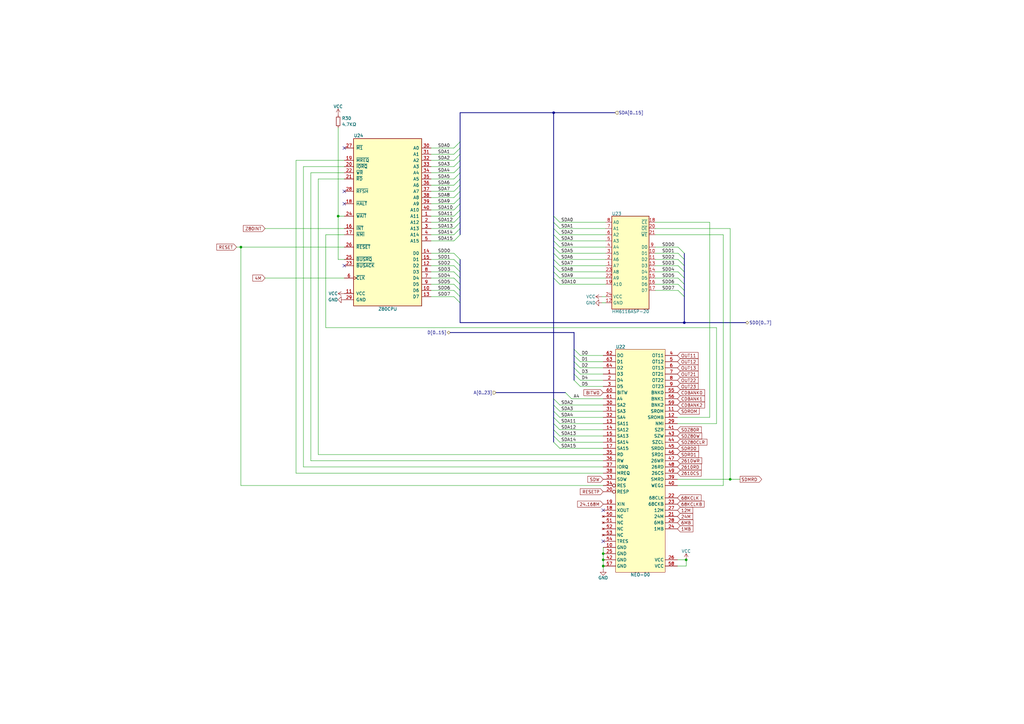
<source format=kicad_sch>
(kicad_sch (version 20230121) (generator eeschema)
  (paper "A3")
  (title_block (title "NeoGeo AES") (date "2023-08-19") (rev "3.5") (company "SNK") (comment 3 "https://github.com/Board-Folk") (comment 4 "Recreated By The Board Folk Team"))
  (lib_symbols
    (symbol "1_NeoGeoLibrary:HM6116ASP-20"
      (property "Reference" "U" (at -7.62 26.67 0))
      (property "Value" "HM6116ASP-20" (at -7.62 -13.97 0))
      (symbol "HM6116ASP-20_1_1"
        (rectangle (start -7.62 25.4) (end 7.62 -12.7) (stroke (width 0.254)) (fill (type background)))
        (pin input line (at -10.16 5.08 0) (length 2.54) (name "A7") (number "1"))
        (pin tri_state line (at 10.16 10.16 180) (length 2.54) (name "D1") (number "10"))
        (pin tri_state line (at 10.16 7.62 180) (length 2.54) (name "D2") (number "11"))
        (pin power_in line (at -10.16 -10.16 0) (length 2.54) (name "GND") (number "12"))
        (pin tri_state line (at 10.16 5.08 180) (length 2.54) (name "D3") (number "13"))
        (pin tri_state line (at 10.16 2.54 180) (length 2.54) (name "D4") (number "14"))
        (pin tri_state line (at 10.16 0 180) (length 2.54) (name "D5") (number "15"))
        (pin tri_state line (at 10.16 -2.54 180) (length 2.54) (name "D6") (number "16"))
        (pin tri_state line (at 10.16 -5.08 180) (length 2.54) (name "D7") (number "17"))
        (pin input line (at 10.16 22.86 180) (length 2.54) (name "~{CE}") (number "18"))
        (pin input line (at -10.16 -2.54 0) (length 2.54) (name "A10") (number "19"))
        (pin input line (at -10.16 7.62 0) (length 2.54) (name "A6") (number "2"))
        (pin input line (at 10.16 20.32 180) (length 2.54) (name "~{OE}") (number "20"))
        (pin input line (at 10.16 17.78 180) (length 2.54) (name "~{WE}") (number "21"))
        (pin input line (at -10.16 0 0) (length 2.54) (name "A9") (number "22"))
        (pin input line (at -10.16 2.54 0) (length 2.54) (name "A8") (number "23"))
        (pin power_in line (at -10.16 -7.62 0) (length 2.54) (name "VCC") (number "24"))
        (pin input line (at -10.16 10.16 0) (length 2.54) (name "A5") (number "3"))
        (pin input line (at -10.16 12.7 0) (length 2.54) (name "A4") (number "4"))
        (pin input line (at -10.16 15.24 0) (length 2.54) (name "A3") (number "5"))
        (pin input line (at -10.16 17.78 0) (length 2.54) (name "A2") (number "6"))
        (pin input line (at -10.16 20.32 0) (length 2.54) (name "A1") (number "7"))
        (pin input line (at -10.16 22.86 0) (length 2.54) (name "A0") (number "8"))
        (pin tri_state line (at 10.16 12.7 180) (length 2.54) (name "D0") (number "9"))
      )
    )
    (symbol "1_NeoGeoLibrary:NEO-D0"
      (property "Reference" "U" (at -8.89 59.69 0))
      (property "Value" "NEO-D0" (at 0 -34.29 0))
      (symbol "NEO-D0_1_1"
        (rectangle (start -10.16 58.42) (end 10.16 -33.02) (fill (type background)))
        (pin bidirectional line (at -15.24 48.26 0) (length 5.08) (name "D3") (number "1"))
        (pin power_in line (at -15.24 -22.86 0) (length 5.08) (name "GND") (number "10"))
        (pin bidirectional line (at 15.24 33.02 180) (length 5.08) (name "SROM") (number "11"))
        (pin bidirectional line (at 15.24 30.48 180) (length 5.08) (name "SROMB") (number "12"))
        (pin bidirectional line (at -15.24 27.94 0) (length 5.08) (name "SA11") (number "13"))
        (pin bidirectional line (at -15.24 25.4 0) (length 5.08) (name "SA12") (number "14"))
        (pin bidirectional line (at -15.24 22.86 0) (length 5.08) (name "SA13") (number "15"))
        (pin bidirectional line (at -15.24 20.32 0) (length 5.08) (name "SA14") (number "16"))
        (pin bidirectional line (at -15.24 17.78 0) (length 5.08) (name "SA15") (number "17"))
        (pin bidirectional line (at -15.24 -7.62 0) (length 5.08) (name "XOUT") (number "18"))
        (pin bidirectional line (at -15.24 -5.08 0) (length 5.08) (name "XIN") (number "19"))
        (pin bidirectional line (at -15.24 45.72 0) (length 5.08) (name "D4") (number "2"))
        (pin bidirectional inverted (at -15.24 0 0) (length 5.08) (name "RESP") (number "20"))
        (pin bidirectional line (at 15.24 -10.16 180) (length 5.08) (name "24M") (number "21"))
        (pin bidirectional line (at 15.24 -2.54 180) (length 5.08) (name "68CLK") (number "22"))
        (pin bidirectional line (at 15.24 -5.08 180) (length 5.08) (name "68CKB") (number "23"))
        (pin bidirectional line (at 15.24 -15.24 180) (length 5.08) (name "1MB") (number "24"))
        (pin power_in line (at -15.24 -25.4 0) (length 5.08) (name "GND") (number "25"))
        (pin power_in line (at 15.24 -27.94 180) (length 5.08) (name "VCC") (number "26"))
        (pin bidirectional line (at 15.24 -7.62 180) (length 5.08) (name "12M") (number "27"))
        (pin bidirectional line (at 15.24 -12.7 180) (length 5.08) (name "6MB") (number "28"))
        (pin bidirectional line (at 15.24 27.94 180) (length 5.08) (name "NMI") (number "29"))
        (pin bidirectional line (at -15.24 43.18 0) (length 5.08) (name "D5") (number "3"))
        (pin bidirectional line (at -15.24 35.56 0) (length 5.08) (name "SA2") (number "30"))
        (pin bidirectional line (at -15.24 33.02 0) (length 5.08) (name "SA3") (number "31"))
        (pin bidirectional line (at -15.24 30.48 0) (length 5.08) (name "SA4") (number "32"))
        (pin bidirectional line (at -15.24 5.08 0) (length 5.08) (name "SDW") (number "33"))
        (pin bidirectional inverted (at -15.24 2.54 0) (length 5.08) (name "RES") (number "34"))
        (pin bidirectional line (at -15.24 15.24 0) (length 5.08) (name "RD") (number "35"))
        (pin bidirectional line (at -15.24 12.7 0) (length 5.08) (name "RW") (number "36"))
        (pin bidirectional line (at -15.24 10.16 0) (length 5.08) (name "IORQ") (number "37"))
        (pin bidirectional line (at -15.24 7.62 0) (length 5.08) (name "MREQ") (number "38"))
        (pin bidirectional line (at 15.24 5.08 180) (length 5.08) (name "SMRD") (number "39"))
        (pin bidirectional line (at 15.24 55.88 180) (length 5.08) (name "OT11") (number "4"))
        (pin bidirectional line (at 15.24 2.54 180) (length 5.08) (name "WEG1") (number "40"))
        (pin bidirectional line (at 15.24 25.4 180) (length 5.08) (name "SZR") (number "41"))
        (pin power_in line (at -15.24 -27.94 0) (length 5.08) (name "GND") (number "42"))
        (pin bidirectional line (at 15.24 22.86 180) (length 5.08) (name "SZW") (number "43"))
        (pin bidirectional line (at 15.24 20.32 180) (length 5.08) (name "SZCL") (number "44"))
        (pin bidirectional line (at 15.24 17.78 180) (length 5.08) (name "SRDO") (number "45"))
        (pin bidirectional line (at 15.24 15.24 180) (length 5.08) (name "SRD1") (number "46"))
        (pin bidirectional line (at 15.24 12.7 180) (length 5.08) (name "26WR") (number "47"))
        (pin bidirectional line (at 15.24 10.16 180) (length 5.08) (name "26RD") (number "48"))
        (pin bidirectional line (at 15.24 7.62 180) (length 5.08) (name "26CS") (number "49"))
        (pin bidirectional line (at 15.24 53.34 180) (length 5.08) (name "OT12") (number "5"))
        (pin no_connect line (at -15.24 -10.16 0) (length 5.08) (name "NC") (number "50"))
        (pin no_connect line (at -15.24 -12.7 0) (length 5.08) (name "NC") (number "51"))
        (pin no_connect line (at -15.24 -15.24 0) (length 5.08) (name "NC") (number "52"))
        (pin no_connect line (at -15.24 -17.78 0) (length 5.08) (name "NC") (number "53"))
        (pin bidirectional line (at -15.24 -20.32 0) (length 5.08) (name "TRES") (number "54"))
        (pin bidirectional line (at 15.24 40.64 180) (length 5.08) (name "BNK0") (number "55"))
        (pin bidirectional line (at 15.24 38.1 180) (length 5.08) (name "BNK1") (number "56"))
        (pin power_in line (at -15.24 -30.48 0) (length 5.08) (name "GND") (number "57"))
        (pin power_in line (at 15.24 -30.48 180) (length 5.08) (name "VCC") (number "58"))
        (pin bidirectional line (at 15.24 35.56 180) (length 5.08) (name "BNK2") (number "59"))
        (pin bidirectional line (at 15.24 50.8 180) (length 5.08) (name "OT13") (number "6"))
        (pin bidirectional line (at -15.24 40.64 0) (length 5.08) (name "BITW") (number "60"))
        (pin bidirectional line (at -15.24 38.1 0) (length 5.08) (name "A4") (number "61"))
        (pin bidirectional line (at -15.24 55.88 0) (length 5.08) (name "DO") (number "62"))
        (pin bidirectional line (at -15.24 53.34 0) (length 5.08) (name "D1") (number "63"))
        (pin bidirectional line (at -15.24 50.8 0) (length 5.08) (name "D2") (number "64"))
        (pin bidirectional line (at 15.24 48.26 180) (length 5.08) (name "OT21") (number "7"))
        (pin bidirectional line (at 15.24 45.72 180) (length 5.08) (name "OT22") (number "8"))
        (pin bidirectional line (at 15.24 43.18 180) (length 5.08) (name "OT23") (number "9"))
      )
    )
    (symbol "1_NeoGeoLibrary:Z80CPU" (pin_names (offset 1.016))
      (property "Reference" "U" (at -13.97 35.56 0))
      (property "Value" "Z80CPU" (at 6.35 35.56 0))
      (symbol "Z80CPU_0_1"
        (rectangle (start -13.97 34.29) (end 13.97 -34.29) (stroke (width 0.254)) (fill (type background)))
      )
      (symbol "Z80CPU_1_1"
        (pin output line (at 17.78 2.54 180) (length 3.81) (name "A11") (number "1"))
        (pin bidirectional line (at 17.78 -27.94 180) (length 3.81) (name "D6") (number "10"))
        (pin power_in line (at -17.78 -29.21 0) (length 3.81) (name "VCC") (number "11"))
        (pin bidirectional line (at 17.78 -17.78 180) (length 3.81) (name "D2") (number "12"))
        (pin bidirectional line (at 17.78 -30.48 180) (length 3.81) (name "D7") (number "13"))
        (pin bidirectional line (at 17.78 -12.7 180) (length 3.81) (name "D0") (number "14"))
        (pin bidirectional line (at 17.78 -15.24 180) (length 3.81) (name "D1") (number "15"))
        (pin input line (at -17.78 -2.54 0) (length 3.81) (name "~{INT}") (number "16"))
        (pin input line (at -17.78 -5.08 0) (length 3.81) (name "~{NMI}") (number "17"))
        (pin output line (at -17.78 7.62 0) (length 3.81) (name "~{HALT}") (number "18"))
        (pin output line (at -17.78 25.4 0) (length 3.81) (name "~{MREQ}") (number "19"))
        (pin output line (at 17.78 0 180) (length 3.81) (name "A12") (number "2"))
        (pin output line (at -17.78 22.86 0) (length 3.81) (name "~{IORQ}") (number "20"))
        (pin output line (at -17.78 17.78 0) (length 3.81) (name "~{RD}") (number "21"))
        (pin output line (at -17.78 20.32 0) (length 3.81) (name "~{WR}") (number "22"))
        (pin output line (at -17.78 -17.78 0) (length 3.81) (name "~{BUSACK}") (number "23"))
        (pin input line (at -17.78 2.54 0) (length 3.81) (name "~{WAIT}") (number "24"))
        (pin input line (at -17.78 -15.24 0) (length 3.81) (name "~{BUSRQ}") (number "25"))
        (pin input line (at -17.78 -10.16 0) (length 3.81) (name "~{RESET}") (number "26"))
        (pin output line (at -17.78 30.48 0) (length 3.81) (name "~{M1}") (number "27"))
        (pin output line (at -17.78 12.7 0) (length 3.81) (name "~{RFSH}") (number "28"))
        (pin power_in line (at -17.78 -31.75 0) (length 3.81) (name "GND") (number "29"))
        (pin output line (at 17.78 -2.54 180) (length 3.81) (name "A13") (number "3"))
        (pin output line (at 17.78 30.48 180) (length 3.81) (name "A0") (number "30"))
        (pin output line (at 17.78 27.94 180) (length 3.81) (name "A1") (number "31"))
        (pin output line (at 17.78 25.4 180) (length 3.81) (name "A2") (number "32"))
        (pin output line (at 17.78 22.86 180) (length 3.81) (name "A3") (number "33"))
        (pin output line (at 17.78 20.32 180) (length 3.81) (name "A4") (number "34"))
        (pin output line (at 17.78 17.78 180) (length 3.81) (name "A5") (number "35"))
        (pin output line (at 17.78 15.24 180) (length 3.81) (name "A6") (number "36"))
        (pin output line (at 17.78 12.7 180) (length 3.81) (name "A7") (number "37"))
        (pin output line (at 17.78 10.16 180) (length 3.81) (name "A8") (number "38"))
        (pin output line (at 17.78 7.62 180) (length 3.81) (name "A9") (number "39"))
        (pin output line (at 17.78 -5.08 180) (length 3.81) (name "A14") (number "4"))
        (pin output line (at 17.78 5.08 180) (length 3.81) (name "A10") (number "40"))
        (pin output line (at 17.78 -7.62 180) (length 3.81) (name "A15") (number "5"))
        (pin input clock (at -17.78 -22.86 0) (length 3.81) (name "~{CLK}") (number "6"))
        (pin bidirectional line (at 17.78 -22.86 180) (length 3.81) (name "D4") (number "7"))
        (pin bidirectional line (at 17.78 -20.32 180) (length 3.81) (name "D3") (number "8"))
        (pin bidirectional line (at 17.78 -25.4 180) (length 3.81) (name "D5") (number "9"))
      )
    )
    (symbol "Device:R_Small" (pin_numbers hide) (pin_names (offset 0.254) hide)
      (property "Reference" "R" (at 0.762 0.508 0))
      (property "Value" "R_Small" (at 0.762 -1.016 0))
      (symbol "R_Small_0_1"
        (rectangle (start -0.762 1.778) (end 0.762 -1.778) (stroke (width 0.2032)))
      )
      (symbol "R_Small_1_1"
        (pin passive line (at 0 2.54 270) (length 0.762) (name "~") (number "1"))
        (pin passive line (at 0 -2.54 90) (length 0.762) (name "~") (number "2"))
      )
    )
    (symbol "power:GND" (power) (pin_names (offset 0))
      (property "Value" "GND" (at 0 -3.81 0))
      (symbol "GND_0_1"
        (polyline (pts (xy 0 0) (xy 0 -1.27) (xy 1.27 -1.27) (xy 0 -2.54) (xy -1.27 -1.27) (xy 0 -1.27)))
      )
      (symbol "GND_1_1"
        (pin power_in line (at 0 0 270) (length 0) hide (name "GND") (number "1"))
      )
    )
    (symbol "power:VCC" (power) (pin_names (offset 0))
      (property "Value" "VCC" (at 0 3.81 0))
      (symbol "VCC_0_1"
        (polyline (pts (xy -0.762 1.27) (xy 0 2.54)))
        (polyline (pts (xy 0 0) (xy 0 2.54)))
        (polyline (pts (xy 0 2.54) (xy 0.762 1.27)))
      )
      (symbol "VCC_1_1"
        (pin power_in line (at 0 0 90) (length 0) hide (name "VCC") (number "1"))
      )
    )
  )
  (junction (at 281.432 229.616))
  (junction (at 247.396 232.156))
  (junction (at 280.67 132.334))
  (junction (at 247.396 227.076))
  (junction (at 227.076 46.228))
  (junction (at 299.466 196.596))
  (junction (at 138.684 88.646))
  (junction (at 247.396 229.616))
  (junction (at 98.806 101.346))
  (no_connect (at 141.224 78.486))
  (no_connect (at 141.224 83.566))
  (no_connect (at 141.224 60.706))
  (no_connect (at 141.224 108.966))
  (no_connect (at 247.396 221.996))
  (no_connect (at 247.396 209.296))
  (bus_entry (at 235.458 148.336) (size 2.54 2.54))
  (bus_entry (at 280.67 106.426) (size -2.54 -2.54))
  (bus_entry (at 188.722 91.186) (size -2.54 2.54))
  (bus_entry (at 188.722 121.666) (size -2.54 -2.54))
  (bus_entry (at 227.076 181.356) (size 2.54 2.54))
  (bus_entry (at 188.722 119.126) (size -2.54 -2.54))
  (bus_entry (at 188.722 75.946) (size -2.54 2.54))
  (bus_entry (at 188.722 63.246) (size -2.54 2.54))
  (bus_entry (at 227.076 108.966) (size 2.54 2.54))
  (bus_entry (at 188.722 106.426) (size -2.54 -2.54))
  (bus_entry (at 227.076 91.186) (size 2.54 2.54))
  (bus_entry (at 280.67 111.506) (size -2.54 -2.54))
  (bus_entry (at 227.076 101.346) (size 2.54 2.54))
  (bus_entry (at 280.67 103.886) (size -2.54 -2.54))
  (bus_entry (at 235.458 150.876) (size 2.54 2.54))
  (bus_entry (at 188.722 70.866) (size -2.54 2.54))
  (bus_entry (at 227.076 166.116) (size 2.54 2.54))
  (bus_entry (at 188.722 78.486) (size -2.54 2.54))
  (bus_entry (at 188.722 88.646) (size -2.54 2.54))
  (bus_entry (at 188.722 83.566) (size -2.54 2.54))
  (bus_entry (at 280.67 108.966) (size -2.54 -2.54))
  (bus_entry (at 227.076 103.886) (size 2.54 2.54))
  (bus_entry (at 227.076 163.576) (size 2.54 2.54))
  (bus_entry (at 231.902 161.036) (size 2.54 2.54))
  (bus_entry (at 235.458 143.256) (size 2.54 2.54))
  (bus_entry (at 227.076 106.426) (size 2.54 2.54))
  (bus_entry (at 227.076 114.046) (size 2.54 2.54))
  (bus_entry (at 188.722 93.726) (size -2.54 2.54))
  (bus_entry (at 235.458 153.416) (size 2.54 2.54))
  (bus_entry (at 188.722 124.206) (size -2.54 -2.54))
  (bus_entry (at 227.076 111.506) (size 2.54 2.54))
  (bus_entry (at 227.076 96.266) (size 2.54 2.54))
  (bus_entry (at 188.722 81.026) (size -2.54 2.54))
  (bus_entry (at 188.722 73.406) (size -2.54 2.54))
  (bus_entry (at 188.722 60.706) (size -2.54 2.54))
  (bus_entry (at 280.67 114.046) (size -2.54 -2.54))
  (bus_entry (at 227.076 171.196) (size 2.54 2.54))
  (bus_entry (at 227.076 88.646) (size 2.54 2.54))
  (bus_entry (at 188.722 108.966) (size -2.54 -2.54))
  (bus_entry (at 188.722 65.786) (size -2.54 2.54))
  (bus_entry (at 227.076 178.816) (size 2.54 2.54))
  (bus_entry (at 235.458 145.796) (size 2.54 2.54))
  (bus_entry (at 188.722 86.106) (size -2.54 2.54))
  (bus_entry (at 188.722 96.266) (size -2.54 2.54))
  (bus_entry (at 227.076 168.656) (size 2.54 2.54))
  (bus_entry (at 188.722 58.166) (size -2.54 2.54))
  (bus_entry (at 280.67 116.586) (size -2.54 -2.54))
  (bus_entry (at 188.722 116.586) (size -2.54 -2.54))
  (bus_entry (at 188.722 114.046) (size -2.54 -2.54))
  (bus_entry (at 227.076 98.806) (size 2.54 2.54))
  (bus_entry (at 280.67 119.126) (size -2.54 -2.54))
  (bus_entry (at 188.722 68.326) (size -2.54 2.54))
  (bus_entry (at 227.076 173.736) (size 2.54 2.54))
  (bus_entry (at 227.076 176.276) (size 2.54 2.54))
  (bus_entry (at 227.076 93.726) (size 2.54 2.54))
  (bus_entry (at 235.458 155.956) (size 2.54 2.54))
  (bus_entry (at 188.722 111.506) (size -2.54 -2.54))
  (bus_entry (at 280.67 121.666) (size -2.54 -2.54))
  (bus (pts (xy 227.076 96.266) (xy 227.076 98.806)))
  (wire (pts (xy 277.876 173.736) (xy 293.878 173.736)))
  (wire (pts (xy 268.732 103.886) (xy 278.13 103.886)))
  (wire (pts (xy 277.876 232.156) (xy 281.432 232.156)))
  (wire (pts (xy 176.784 103.886) (xy 186.182 103.886)))
  (bus (pts (xy 280.67 106.426) (xy 280.67 108.966)))
  (wire (pts (xy 229.616 108.966) (xy 248.412 108.966)))
  (wire (pts (xy 229.616 173.736) (xy 247.396 173.736)))
  (bus (pts (xy 188.722 124.206) (xy 188.722 132.334)))
  (bus (pts (xy 188.722 106.426) (xy 188.722 108.966)))
  (wire (pts (xy 299.466 93.726) (xy 299.466 196.596)))
  (wire (pts (xy 247.396 224.536) (xy 247.396 227.076)))
  (bus (pts (xy 188.722 96.266) (xy 188.722 93.726)))
  (bus (pts (xy 227.076 108.966) (xy 227.076 111.506)))
  (wire (pts (xy 268.732 93.726) (xy 299.466 93.726)))
  (wire (pts (xy 176.784 83.566) (xy 186.182 83.566)))
  (bus (pts (xy 203.454 161.036) (xy 231.902 161.036)))
  (wire (pts (xy 247.396 232.156) (xy 247.396 233.426)))
  (wire (pts (xy 141.224 96.266) (xy 133.604 96.266)))
  (bus (pts (xy 188.722 65.786) (xy 188.722 63.246)))
  (wire (pts (xy 229.616 103.886) (xy 248.412 103.886)))
  (wire (pts (xy 176.784 73.406) (xy 186.182 73.406)))
  (wire (pts (xy 277.876 229.616) (xy 281.432 229.616)))
  (bus (pts (xy 235.458 145.796) (xy 235.458 143.256)))
  (wire (pts (xy 176.784 116.586) (xy 186.182 116.586)))
  (wire (pts (xy 133.604 96.266) (xy 133.604 134.366)))
  (wire (pts (xy 247.396 148.336) (xy 237.998 148.336)))
  (wire (pts (xy 229.616 116.586) (xy 248.412 116.586)))
  (wire (pts (xy 130.556 73.406) (xy 130.556 186.436)))
  (bus (pts (xy 188.722 91.186) (xy 188.722 88.646)))
  (wire (pts (xy 176.784 96.266) (xy 186.182 96.266)))
  (wire (pts (xy 229.616 171.196) (xy 247.396 171.196)))
  (wire (pts (xy 229.616 166.116) (xy 247.396 166.116)))
  (bus (pts (xy 280.67 111.506) (xy 280.67 114.046)))
  (bus (pts (xy 188.722 68.326) (xy 188.722 65.786)))
  (bus (pts (xy 227.076 114.046) (xy 227.076 163.576)))
  (bus (pts (xy 227.076 101.346) (xy 227.076 103.886)))
  (bus (pts (xy 227.076 166.116) (xy 227.076 168.656)))
  (wire (pts (xy 247.396 153.416) (xy 237.998 153.416)))
  (bus (pts (xy 188.722 83.566) (xy 188.722 81.026)))
  (wire (pts (xy 268.732 108.966) (xy 278.13 108.966)))
  (wire (pts (xy 141.224 70.866) (xy 127.508 70.866)))
  (bus (pts (xy 280.67 103.886) (xy 280.67 106.426)))
  (wire (pts (xy 229.616 168.656) (xy 247.396 168.656)))
  (wire (pts (xy 291.084 91.186) (xy 268.732 91.186)))
  (wire (pts (xy 293.878 173.736) (xy 293.878 134.366)))
  (bus (pts (xy 227.076 103.886) (xy 227.076 106.426)))
  (wire (pts (xy 176.784 108.966) (xy 186.182 108.966)))
  (bus (pts (xy 188.722 81.026) (xy 188.722 78.486)))
  (wire (pts (xy 247.396 155.956) (xy 237.998 155.956)))
  (wire (pts (xy 176.784 111.506) (xy 186.182 111.506)))
  (wire (pts (xy 176.784 91.186) (xy 186.182 91.186)))
  (wire (pts (xy 299.466 196.596) (xy 303.53 196.596)))
  (wire (pts (xy 268.732 119.126) (xy 278.13 119.126)))
  (wire (pts (xy 247.396 150.876) (xy 237.998 150.876)))
  (bus (pts (xy 188.722 63.246) (xy 188.722 60.706)))
  (wire (pts (xy 127.508 70.866) (xy 127.508 188.976)))
  (wire (pts (xy 246.888 124.206) (xy 248.412 124.206)))
  (wire (pts (xy 176.784 119.126) (xy 186.182 119.126)))
  (bus (pts (xy 227.076 88.646) (xy 227.076 91.186)))
  (wire (pts (xy 176.784 93.726) (xy 186.182 93.726)))
  (wire (pts (xy 229.616 96.266) (xy 248.412 96.266)))
  (bus (pts (xy 280.67 116.586) (xy 280.67 119.126)))
  (wire (pts (xy 176.784 98.806) (xy 186.182 98.806)))
  (wire (pts (xy 138.684 88.646) (xy 138.684 106.426)))
  (bus (pts (xy 188.722 60.706) (xy 188.722 58.166)))
  (wire (pts (xy 176.784 70.866) (xy 186.182 70.866)))
  (wire (pts (xy 176.784 65.786) (xy 186.182 65.786)))
  (bus (pts (xy 227.076 168.656) (xy 227.076 171.196)))
  (bus (pts (xy 280.67 114.046) (xy 280.67 116.586)))
  (bus (pts (xy 280.67 108.966) (xy 280.67 111.506)))
  (wire (pts (xy 247.396 199.136) (xy 98.806 199.136)))
  (wire (pts (xy 127.508 188.976) (xy 247.396 188.976)))
  (bus (pts (xy 188.722 121.666) (xy 188.722 124.206)))
  (bus (pts (xy 227.076 98.806) (xy 227.076 101.346)))
  (wire (pts (xy 291.084 171.196) (xy 291.084 91.186)))
  (bus (pts (xy 280.67 132.334) (xy 305.816 132.334)))
  (wire (pts (xy 268.732 114.046) (xy 278.13 114.046)))
  (wire (pts (xy 229.616 178.816) (xy 247.396 178.816)))
  (wire (pts (xy 234.442 163.576) (xy 247.396 163.576)))
  (wire (pts (xy 130.556 186.436) (xy 247.396 186.436)))
  (wire (pts (xy 176.784 121.666) (xy 186.182 121.666)))
  (wire (pts (xy 268.732 101.346) (xy 278.13 101.346)))
  (wire (pts (xy 247.396 229.616) (xy 247.396 232.156)))
  (wire (pts (xy 98.806 101.346) (xy 141.224 101.346)))
  (bus (pts (xy 188.722 75.946) (xy 188.722 73.406)))
  (bus (pts (xy 188.722 108.966) (xy 188.722 111.506)))
  (bus (pts (xy 227.076 106.426) (xy 227.076 108.966)))
  (wire (pts (xy 98.806 199.136) (xy 98.806 101.346)))
  (wire (pts (xy 176.784 81.026) (xy 186.182 81.026)))
  (wire (pts (xy 108.712 114.046) (xy 141.224 114.046)))
  (wire (pts (xy 138.684 88.646) (xy 141.224 88.646)))
  (wire (pts (xy 268.732 116.586) (xy 278.13 116.586)))
  (wire (pts (xy 97.028 101.346) (xy 98.806 101.346)))
  (bus (pts (xy 235.458 150.876) (xy 235.458 148.336)))
  (bus (pts (xy 188.722 58.166) (xy 188.722 46.228)))
  (bus (pts (xy 227.076 46.228) (xy 252.222 46.228)))
  (wire (pts (xy 124.46 68.326) (xy 124.46 191.516)))
  (wire (pts (xy 299.466 196.596) (xy 277.876 196.596)))
  (wire (pts (xy 229.616 91.186) (xy 248.412 91.186)))
  (wire (pts (xy 296.672 199.136) (xy 296.672 96.266)))
  (bus (pts (xy 227.076 176.276) (xy 227.076 178.816)))
  (bus (pts (xy 227.076 111.506) (xy 227.076 114.046)))
  (wire (pts (xy 277.876 199.136) (xy 296.672 199.136)))
  (bus (pts (xy 188.722 116.586) (xy 188.722 119.126)))
  (wire (pts (xy 121.412 194.056) (xy 247.396 194.056)))
  (wire (pts (xy 268.732 106.426) (xy 278.13 106.426)))
  (wire (pts (xy 268.732 111.506) (xy 278.13 111.506)))
  (bus (pts (xy 235.458 143.256) (xy 235.458 136.398)))
  (wire (pts (xy 108.712 93.726) (xy 141.224 93.726)))
  (bus (pts (xy 188.722 93.726) (xy 188.722 91.186)))
  (wire (pts (xy 141.224 106.426) (xy 138.684 106.426)))
  (wire (pts (xy 176.784 114.046) (xy 186.182 114.046)))
  (wire (pts (xy 176.784 68.326) (xy 186.182 68.326)))
  (bus (pts (xy 227.076 93.726) (xy 227.076 96.266)))
  (wire (pts (xy 247.396 158.496) (xy 237.998 158.496)))
  (bus (pts (xy 280.67 119.126) (xy 280.67 121.666)))
  (bus (pts (xy 188.722 46.228) (xy 227.076 46.228)))
  (wire (pts (xy 176.784 60.706) (xy 186.182 60.706)))
  (bus (pts (xy 227.076 173.736) (xy 227.076 176.276)))
  (wire (pts (xy 176.784 75.946) (xy 186.182 75.946)))
  (bus (pts (xy 227.076 46.228) (xy 227.076 88.646)))
  (wire (pts (xy 229.616 111.506) (xy 248.412 111.506)))
  (bus (pts (xy 280.67 121.666) (xy 280.67 132.334)))
  (wire (pts (xy 229.616 98.806) (xy 248.412 98.806)))
  (bus (pts (xy 227.076 171.196) (xy 227.076 173.736)))
  (bus (pts (xy 227.076 91.186) (xy 227.076 93.726)))
  (bus (pts (xy 188.722 73.406) (xy 188.722 70.866)))
  (wire (pts (xy 121.412 65.786) (xy 121.412 194.056)))
  (wire (pts (xy 229.616 106.426) (xy 248.412 106.426)))
  (wire (pts (xy 229.616 181.356) (xy 247.396 181.356)))
  (wire (pts (xy 141.224 73.406) (xy 130.556 73.406)))
  (bus (pts (xy 188.722 111.506) (xy 188.722 114.046)))
  (wire (pts (xy 133.604 134.366) (xy 293.878 134.366)))
  (bus (pts (xy 188.722 88.646) (xy 188.722 86.106)))
  (wire (pts (xy 246.888 121.666) (xy 248.412 121.666)))
  (wire (pts (xy 247.396 227.076) (xy 247.396 229.616)))
  (wire (pts (xy 176.784 63.246) (xy 186.182 63.246)))
  (wire (pts (xy 229.616 183.896) (xy 247.396 183.896)))
  (wire (pts (xy 229.616 114.046) (xy 248.412 114.046)))
  (wire (pts (xy 176.784 106.426) (xy 186.182 106.426)))
  (wire (pts (xy 229.616 176.276) (xy 247.396 176.276)))
  (bus (pts (xy 188.722 132.334) (xy 280.67 132.334)))
  (wire (pts (xy 229.616 101.346) (xy 248.412 101.346)))
  (wire (pts (xy 176.784 86.106) (xy 186.182 86.106)))
  (bus (pts (xy 184.658 136.398) (xy 235.458 136.398)))
  (wire (pts (xy 141.224 65.786) (xy 121.412 65.786)))
  (wire (pts (xy 141.224 68.326) (xy 124.46 68.326)))
  (wire (pts (xy 296.672 96.266) (xy 268.732 96.266)))
  (bus (pts (xy 227.076 178.816) (xy 227.076 181.356)))
  (bus (pts (xy 235.458 155.956) (xy 235.458 153.416)))
  (wire (pts (xy 247.396 145.796) (xy 237.998 145.796)))
  (bus (pts (xy 188.722 78.486) (xy 188.722 75.946)))
  (wire (pts (xy 281.432 232.156) (xy 281.432 229.616)))
  (wire (pts (xy 138.684 52.324) (xy 138.684 88.646)))
  (wire (pts (xy 229.616 93.726) (xy 248.412 93.726)))
  (wire (pts (xy 124.46 191.516) (xy 247.396 191.516)))
  (bus (pts (xy 188.722 119.126) (xy 188.722 121.666)))
  (bus (pts (xy 235.458 148.336) (xy 235.458 145.796)))
  (wire (pts (xy 176.784 88.646) (xy 186.182 88.646)))
  (wire (pts (xy 277.876 171.196) (xy 291.084 171.196)))
  (wire (pts (xy 176.784 78.486) (xy 186.182 78.486)))
  (bus (pts (xy 188.722 70.866) (xy 188.722 68.326)))
  (bus (pts (xy 227.076 163.576) (xy 227.076 166.116)))
  (bus (pts (xy 188.722 86.106) (xy 188.722 83.566)))
  (bus (pts (xy 235.458 153.416) (xy 235.458 150.876)))
  (bus (pts (xy 188.722 114.046) (xy 188.722 116.586)))
  (label "SDA15" (at 230.124 183.896 0))
  (label "SDA11" (at 230.124 173.736 0))
  (label "SDA12" (at 230.124 176.276 0))
  (label "SDA3" (at 230.124 98.806 0))
  (label "D4" (at 238.506 155.956 0))
  (label "SDA8" (at 179.578 81.026 0))
  (label "SDA2" (at 230.124 96.266 0))
  (label "SDD5" (at 271.526 114.046 0))
  (label "SDD6" (at 271.526 116.586 0))
  (label "SDA3" (at 230.124 168.656 0))
  (label "SDD3" (at 271.526 108.966 0))
  (label "SDA4" (at 230.124 101.346 0))
  (label "SDA7" (at 179.578 78.486 0))
  (label "D0" (at 238.506 145.796 0))
  (label "SDA8" (at 230.124 111.506 0))
  (label "SDA15" (at 179.578 98.806 0))
  (label "D2" (at 238.506 150.876 0))
  (label "SDA4" (at 230.124 171.196 0))
  (label "SDA5" (at 230.124 103.886 0))
  (label "SDA11" (at 179.578 88.646 0))
  (label "SDA14" (at 179.578 96.266 0))
  (label "SDD3" (at 179.578 111.506 0))
  (label "SDA0" (at 230.124 91.186 0))
  (label "SDA2" (at 179.578 65.786 0))
  (label "SDA13" (at 230.124 178.816 0))
  (label "D1" (at 238.506 148.336 0))
  (label "SDA7" (at 230.124 108.966 0))
  (label "SDD1" (at 271.526 103.886 0))
  (label "SDA5" (at 179.578 73.406 0))
  (label "SDA1" (at 230.124 93.726 0))
  (label "SDA9" (at 179.578 83.566 0))
  (label "SDA6" (at 179.578 75.946 0))
  (label "SDA12" (at 179.578 91.186 0))
  (label "SDD6" (at 179.578 119.126 0))
  (label "SDD0" (at 179.578 103.886 0))
  (label "SDA1" (at 179.578 63.246 0))
  (label "SDA9" (at 230.124 114.046 0))
  (label "SDD7" (at 271.526 119.126 0))
  (label "SDA10" (at 179.578 86.106 0))
  (label "SDA3" (at 179.578 68.326 0))
  (label "SDA0" (at 179.578 60.706 0))
  (label "SDD4" (at 271.526 111.506 0))
  (label "SDA2" (at 230.124 166.116 0))
  (label "SDD2" (at 271.526 106.426 0))
  (label "SDD1" (at 179.578 106.426 0))
  (label "SDD5" (at 179.578 116.586 0))
  (label "SDD0" (at 271.526 101.346 0))
  (label "D5" (at 238.506 158.496 0))
  (label "SDA4" (at 179.578 70.866 0))
  (label "SDD4" (at 179.578 114.046 0))
  (label "A4" (at 235.204 163.576 0))
  (label "SDA6" (at 230.124 106.426 0))
  (label "SDD7" (at 179.578 121.666 0))
  (label "D3" (at 238.506 153.416 0))
  (label "SDA10" (at 230.124 116.586 0))
  (label "SDA14" (at 230.124 181.356 0))
  (label "SDA13" (at 179.578 93.726 0))
  (label "SDD2" (at 179.578 108.966 0))
  (global_label "12M" (shape input) (at 277.876 209.296 0) (property "Intersheetrefs" "${INTERSHEET_REFS}" (effects hide)))
  (global_label "OUT11" (shape input) (at 277.876 145.796 0) (property "Intersheetrefs" "${INTERSHEET_REFS}" (effects hide)))
  (global_label "OUT12" (shape input) (at 277.876 148.336 0) (property "Intersheetrefs" "${INTERSHEET_REFS}" (effects hide)))
  (global_label "SDZ80R" (shape input) (at 277.876 176.276 0) (property "Intersheetrefs" "${INTERSHEET_REFS}" (effects hide)))
  (global_label "24M" (shape input) (at 277.876 211.836 0) (property "Intersheetrefs" "${INTERSHEET_REFS}" (effects hide)))
  (global_label "RESETP" (shape input) (at 247.396 201.676 180) (property "Intersheetrefs" "${INTERSHEET_REFS}" (effects hide)))
  (global_label "OUT22" (shape input) (at 277.876 155.956 0) (property "Intersheetrefs" "${INTERSHEET_REFS}" (effects hide)))
  (global_label "SDRD0" (shape input) (at 277.876 183.896 0) (property "Intersheetrefs" "${INTERSHEET_REFS}" (effects hide)))
  (global_label "SDMRD" (shape output) (at 303.53 196.596 0) (property "Intersheetrefs" "${INTERSHEET_REFS}" (effects hide)))
  (global_label "RESET" (shape input) (at 97.028 101.346 180) (property "Intersheetrefs" "${INTERSHEET_REFS}" (effects hide)))
  (global_label "SDROM" (shape input) (at 277.876 168.656 0) (property "Intersheetrefs" "${INTERSHEET_REFS}" (effects hide)))
  (global_label "OUT13" (shape input) (at 277.876 150.876 0) (property "Intersheetrefs" "${INTERSHEET_REFS}" (effects hide)))
  (global_label "2610WR" (shape input) (at 277.876 188.976 0) (property "Intersheetrefs" "${INTERSHEET_REFS}" (effects hide)))
  (global_label "24.168M" (shape input) (at 247.396 206.756 180) (property "Intersheetrefs" "${INTERSHEET_REFS}" (effects hide)))
  (global_label "CDBANK2" (shape input) (at 277.876 166.116 0) (property "Intersheetrefs" "${INTERSHEET_REFS}" (effects hide)))
  (global_label "6MB" (shape input) (at 277.876 214.376 0) (property "Intersheetrefs" "${INTERSHEET_REFS}" (effects hide)))
  (global_label "2610CS" (shape input) (at 277.876 194.056 0) (property "Intersheetrefs" "${INTERSHEET_REFS}" (effects hide)))
  (global_label "2610RD" (shape input) (at 277.876 191.516 0) (property "Intersheetrefs" "${INTERSHEET_REFS}" (effects hide)))
  (global_label "SDW" (shape input) (at 247.396 196.596 180) (property "Intersheetrefs" "${INTERSHEET_REFS}" (effects hide)))
  (global_label "4M" (shape input) (at 108.712 114.046 180) (property "Intersheetrefs" "${INTERSHEET_REFS}" (effects hide)))
  (global_label "SDZ80W" (shape input) (at 277.876 178.816 0) (property "Intersheetrefs" "${INTERSHEET_REFS}" (effects hide)))
  (global_label "Z80INT" (shape input) (at 108.712 93.726 180) (property "Intersheetrefs" "${INTERSHEET_REFS}" (effects hide)))
  (global_label "CDBANK1" (shape input) (at 277.876 163.576 0) (property "Intersheetrefs" "${INTERSHEET_REFS}" (effects hide)))
  (global_label "SDZ80CLR" (shape input) (at 277.876 181.356 0) (property "Intersheetrefs" "${INTERSHEET_REFS}" (effects hide)))
  (global_label "68KCLK" (shape input) (at 277.876 204.216 0) (property "Intersheetrefs" "${INTERSHEET_REFS}" (effects hide)))
  (global_label "SDRD1" (shape input) (at 277.876 186.436 0) (property "Intersheetrefs" "${INTERSHEET_REFS}" (effects hide)))
  (global_label "BITW0" (shape input) (at 247.396 161.036 180) (property "Intersheetrefs" "${INTERSHEET_REFS}" (effects hide)))
  (global_label "CDBANK0" (shape input) (at 277.876 161.036 0) (property "Intersheetrefs" "${INTERSHEET_REFS}" (effects hide)))
  (global_label "1MB" (shape input) (at 277.876 216.916 0) (property "Intersheetrefs" "${INTERSHEET_REFS}" (effects hide)))
  (global_label "68KCLKB" (shape input) (at 277.876 206.756 0) (property "Intersheetrefs" "${INTERSHEET_REFS}" (effects hide)))
  (global_label "OUT21" (shape input) (at 277.876 153.416 0) (property "Intersheetrefs" "${INTERSHEET_REFS}" (effects hide)))
  (global_label "OUT23" (shape input) (at 277.876 158.496 0) (property "Intersheetrefs" "${INTERSHEET_REFS}" (effects hide)))
  (hierarchical_label "SDD[0..7]" (shape bidirectional) (at 305.816 132.334 0))
  (hierarchical_label "SDA[0..15]" (shape input) (at 252.222 46.228 0))
  (hierarchical_label "D[0..15]" (shape bidirectional) (at 184.658 136.398 180))
  (hierarchical_label "A[0..23]" (shape input) (at 203.454 161.036 180))
  (symbol (lib_id "power:GND") (at 246.888 124.206 270) (unit 1)
    (property "Reference" "#PWR0177" (effects hide))
    (property "Value" "GND" (at 244.348 124.206 90) (effects (justify right)))
  )
  (symbol (lib_id "power:GND") (at 247.396 233.426 0) (unit 1)
    (property "Reference" "#PWR0175" (effects hide))
    (property "Value" "GND" (at 249.428 236.982 0) (effects (justify right)))
  )
  (symbol (lib_id "power:GND") (at 141.224 122.936 270) (unit 1)
    (property "Reference" "#PWR0180" (effects hide))
    (property "Value" "GND" (at 138.684 122.936 90) (effects (justify right)))
  )
  (symbol (lib_id "power:VCC") (at 246.888 121.666 90) (unit 1)
    (property "Reference" "#PWR0178" (effects hide))
    (property "Value" "VCC" (at 242.316 121.666 90))
  )
  (symbol (lib_id "power:VCC") (at 141.224 120.396 90) (unit 1)
    (property "Reference" "#PWR0181" (effects hide))
    (property "Value" "VCC" (at 136.652 120.396 90))
  )
  (symbol (lib_id "Device:R_Small") (at 138.684 49.784 0) (unit 1)
    (property "Reference" "R30" (at 140.208 48.5139 0) (effects (justify left)))
    (property "Value" "4.7KΩ" (at 140.208 51.0539 0) (effects (justify left)))
    (property "Footprint" "1_NeoGeoLibrary:Resistor1-5mm" (effects hide))
  )
  (symbol (lib_id "1_NeoGeoLibrary:Z80CPU") (at 159.004 91.186 0) (unit 1)
    (property "Reference" "U24" (at 147.066 55.626 0))
    (property "Value" "Z80CPU" (at 159.004 126.746 0))
    (property "Footprint" "1_NeoGeoLibrary:DIP-40_W15.24mm" (effects hide))
  )
  (symbol (lib_id "1_NeoGeoLibrary:NEO-D0") (at 262.636 201.676 0) (unit 1)
    (property "Reference" "U22" (at 254.508 142.24 0))
    (property "Value" "NEO-D0" (at 262.636 235.712 0))
    (property "Footprint" "1_NeoGeoLibrary:NEO-G0" (effects hide))
  )
  (symbol (lib_id "power:VCC") (at 138.684 47.244 0) (unit 1)
    (property "Reference" "#PWR0179" (effects hide))
    (property "Value" "VCC" (at 138.684 43.688 0))
  )
  (symbol (lib_id "1_NeoGeoLibrary:HM6116ASP-20") (at 258.572 114.046 0) (unit 1)
    (property "Reference" "U23" (at 250.952 87.63 0) (effects (justify left)))
    (property "Value" "HM6116ASP-20" (at 250.952 127.762 0) (effects (justify left)))
    (property "Footprint" "1_NeoGeoLibrary:DIP-24_W7.62mm" (effects hide))
  )
  (symbol (lib_id "power:VCC") (at 281.432 229.616 0) (unit 1)
    (property "Reference" "#PWR0176" (effects hide))
    (property "Value" "VCC" (at 281.432 226.06 0))
  )
)
</source>
